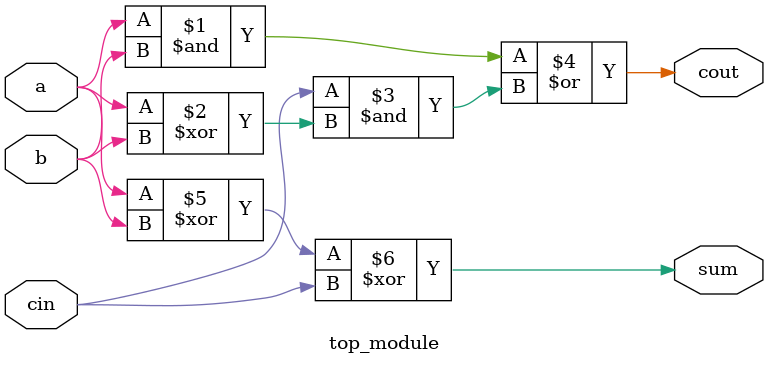
<source format=v>
module top_module( 
    input a, b, cin,
    output cout, sum );
    assign cout = (a&b)|(cin&(a^b));
    assign sum = a^b^cin;
endmodule
</source>
